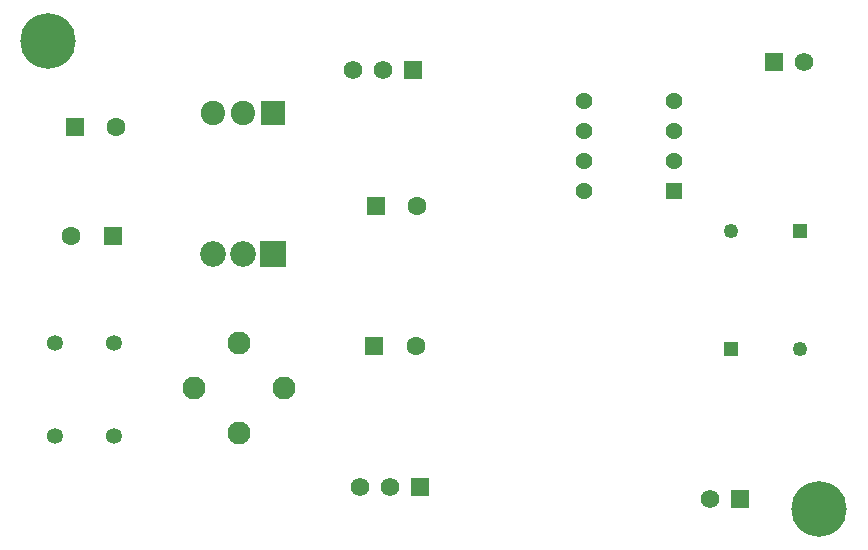
<source format=gts>
G04*
G04 #@! TF.GenerationSoftware,Altium Limited,Altium Designer,23.9.2 (47)*
G04*
G04 Layer_Color=8388736*
%FSLAX44Y44*%
%MOMM*%
G71*
G04*
G04 #@! TF.SameCoordinates,EEA8B457-634A-40EF-9803-A2E49DE358F5*
G04*
G04*
G04 #@! TF.FilePolarity,Negative*
G04*
G01*
G75*
%ADD13C,4.7032*%
%ADD14R,1.4332X1.4332*%
%ADD15C,1.4332*%
%ADD16R,1.5732X1.5732*%
%ADD17C,1.5732*%
%ADD18C,1.2500*%
%ADD19R,1.2500X1.2500*%
%ADD20C,1.6032*%
%ADD21R,1.6032X1.6032*%
%ADD22C,1.9532*%
%ADD23R,1.5732X1.5732*%
%ADD24R,2.1832X2.1832*%
%ADD25C,2.1832*%
%ADD26C,1.3532*%
%ADD27R,2.0632X2.0632*%
%ADD28C,2.0632*%
D13*
X684530Y33020D02*
D03*
X31750Y429260D02*
D03*
D14*
X561521Y302260D02*
D03*
D15*
Y327660D02*
D03*
Y353060D02*
D03*
Y378460D02*
D03*
X484921D02*
D03*
Y353060D02*
D03*
Y327660D02*
D03*
Y302260D02*
D03*
D16*
X646411Y411480D02*
D03*
X617220Y41910D02*
D03*
D17*
X671811Y411480D02*
D03*
X591820Y41910D02*
D03*
X295891Y52070D02*
D03*
X321291D02*
D03*
X289541Y405130D02*
D03*
X314941D02*
D03*
D18*
X609581Y268440D02*
D03*
X668001Y168440D02*
D03*
D19*
X609581D02*
D03*
X668001Y268440D02*
D03*
D20*
X342601Y171450D02*
D03*
X88881Y356870D02*
D03*
X343871Y289560D02*
D03*
X51059Y264160D02*
D03*
D21*
X307601Y171450D02*
D03*
X53881Y356870D02*
D03*
X308871Y289560D02*
D03*
X86059Y264160D02*
D03*
D22*
X193021Y173990D02*
D03*
Y97790D02*
D03*
X154921Y135890D02*
D03*
X231121D02*
D03*
D23*
X346691Y52070D02*
D03*
X340341Y405130D02*
D03*
D24*
X222181Y249240D02*
D03*
D25*
X196831D02*
D03*
X171481D02*
D03*
D26*
X37211Y95250D02*
D03*
X87211D02*
D03*
Y173990D02*
D03*
X37211D02*
D03*
D27*
X222231Y368300D02*
D03*
D28*
X196831D02*
D03*
X171431D02*
D03*
M02*

</source>
